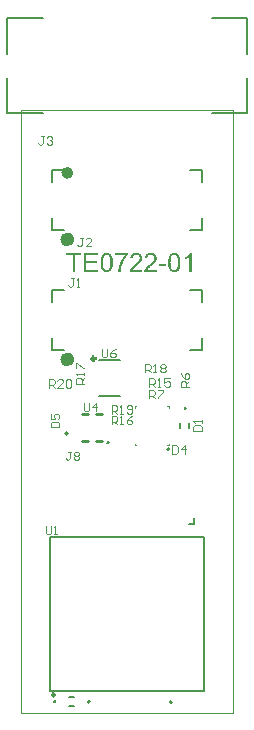
<source format=gto>
%FSLAX44Y44*%
%MOMM*%
G71*
G01*
G75*
G04 Layer_Color=65535*
G04:AMPARAMS|DCode=10|XSize=0.6mm|YSize=0.5mm|CornerRadius=0.05mm|HoleSize=0mm|Usage=FLASHONLY|Rotation=270.000|XOffset=0mm|YOffset=0mm|HoleType=Round|Shape=RoundedRectangle|*
%AMROUNDEDRECTD10*
21,1,0.6000,0.4000,0,0,270.0*
21,1,0.5000,0.5000,0,0,270.0*
1,1,0.1000,-0.2000,-0.2500*
1,1,0.1000,-0.2000,0.2500*
1,1,0.1000,0.2000,0.2500*
1,1,0.1000,0.2000,-0.2500*
%
%ADD10ROUNDEDRECTD10*%
G04:AMPARAMS|DCode=11|XSize=0.4mm|YSize=0.37mm|CornerRadius=0.037mm|HoleSize=0mm|Usage=FLASHONLY|Rotation=90.000|XOffset=0mm|YOffset=0mm|HoleType=Round|Shape=RoundedRectangle|*
%AMROUNDEDRECTD11*
21,1,0.4000,0.2960,0,0,90.0*
21,1,0.3260,0.3700,0,0,90.0*
1,1,0.0740,0.1480,0.1630*
1,1,0.0740,0.1480,-0.1630*
1,1,0.0740,-0.1480,-0.1630*
1,1,0.0740,-0.1480,0.1630*
%
%ADD11ROUNDEDRECTD11*%
%ADD12R,0.5400X0.7400*%
%ADD13R,0.7400X0.5400*%
G04:AMPARAMS|DCode=14|XSize=0.8mm|YSize=0.8mm|CornerRadius=0.12mm|HoleSize=0mm|Usage=FLASHONLY|Rotation=0.000|XOffset=0mm|YOffset=0mm|HoleType=Round|Shape=RoundedRectangle|*
%AMROUNDEDRECTD14*
21,1,0.8000,0.5600,0,0,0.0*
21,1,0.5600,0.8000,0,0,0.0*
1,1,0.2400,0.2800,-0.2800*
1,1,0.2400,-0.2800,-0.2800*
1,1,0.2400,-0.2800,0.2800*
1,1,0.2400,0.2800,0.2800*
%
%ADD14ROUNDEDRECTD14*%
%ADD15C,0.3500*%
%ADD16O,1.4000X0.6000*%
G04:AMPARAMS|DCode=17|XSize=0.8mm|YSize=0.8mm|CornerRadius=0.12mm|HoleSize=0mm|Usage=FLASHONLY|Rotation=270.000|XOffset=0mm|YOffset=0mm|HoleType=Round|Shape=RoundedRectangle|*
%AMROUNDEDRECTD17*
21,1,0.8000,0.5600,0,0,270.0*
21,1,0.5600,0.8000,0,0,270.0*
1,1,0.2400,-0.2800,-0.2800*
1,1,0.2400,-0.2800,0.2800*
1,1,0.2400,0.2800,0.2800*
1,1,0.2400,0.2800,-0.2800*
%
%ADD17ROUNDEDRECTD17*%
G04:AMPARAMS|DCode=18|XSize=0.6mm|YSize=0.5mm|CornerRadius=0.05mm|HoleSize=0mm|Usage=FLASHONLY|Rotation=180.000|XOffset=0mm|YOffset=0mm|HoleType=Round|Shape=RoundedRectangle|*
%AMROUNDEDRECTD18*
21,1,0.6000,0.4000,0,0,180.0*
21,1,0.5000,0.5000,0,0,180.0*
1,1,0.1000,-0.2500,0.2000*
1,1,0.1000,0.2500,0.2000*
1,1,0.1000,0.2500,-0.2000*
1,1,0.1000,-0.2500,-0.2000*
%
%ADD18ROUNDEDRECTD18*%
%ADD19O,0.8000X1.4700*%
G04:AMPARAMS|DCode=20|XSize=0.95mm|YSize=0.85mm|CornerRadius=0.2125mm|HoleSize=0mm|Usage=FLASHONLY|Rotation=180.000|XOffset=0mm|YOffset=0mm|HoleType=Round|Shape=RoundedRectangle|*
%AMROUNDEDRECTD20*
21,1,0.9500,0.4250,0,0,180.0*
21,1,0.5250,0.8500,0,0,180.0*
1,1,0.4250,-0.2625,0.2125*
1,1,0.4250,0.2625,0.2125*
1,1,0.4250,0.2625,-0.2125*
1,1,0.4250,-0.2625,-0.2125*
%
%ADD20ROUNDEDRECTD20*%
G04:AMPARAMS|DCode=21|XSize=1mm|YSize=0.6mm|CornerRadius=0.15mm|HoleSize=0mm|Usage=FLASHONLY|Rotation=180.000|XOffset=0mm|YOffset=0mm|HoleType=Round|Shape=RoundedRectangle|*
%AMROUNDEDRECTD21*
21,1,1.0000,0.3000,0,0,180.0*
21,1,0.7000,0.6000,0,0,180.0*
1,1,0.3000,-0.3500,0.1500*
1,1,0.3000,0.3500,0.1500*
1,1,0.3000,0.3500,-0.1500*
1,1,0.3000,-0.3500,-0.1500*
%
%ADD21ROUNDEDRECTD21*%
G04:AMPARAMS|DCode=22|XSize=1.45mm|YSize=1.4mm|CornerRadius=0.35mm|HoleSize=0mm|Usage=FLASHONLY|Rotation=0.000|XOffset=0mm|YOffset=0mm|HoleType=Round|Shape=RoundedRectangle|*
%AMROUNDEDRECTD22*
21,1,1.4500,0.7000,0,0,0.0*
21,1,0.7500,1.4000,0,0,0.0*
1,1,0.7000,0.3750,-0.3500*
1,1,0.7000,-0.3750,-0.3500*
1,1,0.7000,-0.3750,0.3500*
1,1,0.7000,0.3750,0.3500*
%
%ADD22ROUNDEDRECTD22*%
G04:AMPARAMS|DCode=23|XSize=0.6mm|YSize=1.25mm|CornerRadius=0.15mm|HoleSize=0mm|Usage=FLASHONLY|Rotation=0.000|XOffset=0mm|YOffset=0mm|HoleType=Round|Shape=RoundedRectangle|*
%AMROUNDEDRECTD23*
21,1,0.6000,0.9500,0,0,0.0*
21,1,0.3000,1.2500,0,0,0.0*
1,1,0.3000,0.1500,-0.4750*
1,1,0.3000,-0.1500,-0.4750*
1,1,0.3000,-0.1500,0.4750*
1,1,0.3000,0.1500,0.4750*
%
%ADD23ROUNDEDRECTD23*%
G04:AMPARAMS|DCode=24|XSize=3.79mm|YSize=1.2mm|CornerRadius=0.3mm|HoleSize=0mm|Usage=FLASHONLY|Rotation=270.000|XOffset=0mm|YOffset=0mm|HoleType=Round|Shape=RoundedRectangle|*
%AMROUNDEDRECTD24*
21,1,3.7900,0.6000,0,0,270.0*
21,1,3.1900,1.2000,0,0,270.0*
1,1,0.6000,-0.3000,-1.5950*
1,1,0.6000,-0.3000,1.5950*
1,1,0.6000,0.3000,1.5950*
1,1,0.6000,0.3000,-1.5950*
%
%ADD24ROUNDEDRECTD24*%
G04:AMPARAMS|DCode=25|XSize=0.76mm|YSize=0.27mm|CornerRadius=0.027mm|HoleSize=0mm|Usage=FLASHONLY|Rotation=180.000|XOffset=0mm|YOffset=0mm|HoleType=Round|Shape=RoundedRectangle|*
%AMROUNDEDRECTD25*
21,1,0.7600,0.2160,0,0,180.0*
21,1,0.7060,0.2700,0,0,180.0*
1,1,0.0540,-0.3530,0.1080*
1,1,0.0540,0.3530,0.1080*
1,1,0.0540,0.3530,-0.1080*
1,1,0.0540,-0.3530,-0.1080*
%
%ADD25ROUNDEDRECTD25*%
G04:AMPARAMS|DCode=26|XSize=0.76mm|YSize=0.27mm|CornerRadius=0.027mm|HoleSize=0mm|Usage=FLASHONLY|Rotation=90.000|XOffset=0mm|YOffset=0mm|HoleType=Round|Shape=RoundedRectangle|*
%AMROUNDEDRECTD26*
21,1,0.7600,0.2160,0,0,90.0*
21,1,0.7060,0.2700,0,0,90.0*
1,1,0.0540,0.1080,0.3530*
1,1,0.0540,0.1080,-0.3530*
1,1,0.0540,-0.1080,-0.3530*
1,1,0.0540,-0.1080,0.3530*
%
%ADD26ROUNDEDRECTD26*%
G04:AMPARAMS|DCode=27|XSize=0.4mm|YSize=0.37mm|CornerRadius=0.037mm|HoleSize=0mm|Usage=FLASHONLY|Rotation=0.000|XOffset=0mm|YOffset=0mm|HoleType=Round|Shape=RoundedRectangle|*
%AMROUNDEDRECTD27*
21,1,0.4000,0.2960,0,0,0.0*
21,1,0.3260,0.3700,0,0,0.0*
1,1,0.0740,0.1630,-0.1480*
1,1,0.0740,-0.1630,-0.1480*
1,1,0.0740,-0.1630,0.1480*
1,1,0.0740,0.1630,0.1480*
%
%ADD27ROUNDEDRECTD27*%
%ADD28C,0.0750*%
%ADD29C,0.0751*%
%ADD30C,0.1000*%
%ADD31C,0.3000*%
%ADD32C,0.1500*%
%ADD33C,0.0100*%
%ADD34C,1.5000*%
%ADD35R,1.5000X1.5000*%
%ADD36R,1.5000X1.5000*%
%ADD37C,0.8000*%
G04:AMPARAMS|DCode=38|XSize=0.3mm|YSize=0.6mm|CornerRadius=0.0495mm|HoleSize=0mm|Usage=FLASHONLY|Rotation=270.000|XOffset=0mm|YOffset=0mm|HoleType=Round|Shape=RoundedRectangle|*
%AMROUNDEDRECTD38*
21,1,0.3000,0.5010,0,0,270.0*
21,1,0.2010,0.6000,0,0,270.0*
1,1,0.0990,-0.2505,-0.1005*
1,1,0.0990,-0.2505,0.1005*
1,1,0.0990,0.2505,0.1005*
1,1,0.0990,0.2505,-0.1005*
%
%ADD38ROUNDEDRECTD38*%
G04:AMPARAMS|DCode=39|XSize=0.3mm|YSize=0.6mm|CornerRadius=0.0495mm|HoleSize=0mm|Usage=FLASHONLY|Rotation=0.000|XOffset=0mm|YOffset=0mm|HoleType=Round|Shape=RoundedRectangle|*
%AMROUNDEDRECTD39*
21,1,0.3000,0.5010,0,0,0.0*
21,1,0.2010,0.6000,0,0,0.0*
1,1,0.0990,0.1005,-0.2505*
1,1,0.0990,-0.1005,-0.2505*
1,1,0.0990,-0.1005,0.2505*
1,1,0.0990,0.1005,0.2505*
%
%ADD39ROUNDEDRECTD39*%
%ADD40R,0.9000X2.2500*%
G04:AMPARAMS|DCode=41|XSize=1.38mm|YSize=1.05mm|CornerRadius=0.105mm|HoleSize=0mm|Usage=FLASHONLY|Rotation=0.000|XOffset=0mm|YOffset=0mm|HoleType=Round|Shape=RoundedRectangle|*
%AMROUNDEDRECTD41*
21,1,1.3800,0.8400,0,0,0.0*
21,1,1.1700,1.0500,0,0,0.0*
1,1,0.2100,0.5850,-0.4200*
1,1,0.2100,-0.5850,-0.4200*
1,1,0.2100,-0.5850,0.4200*
1,1,0.2100,0.5850,0.4200*
%
%ADD41ROUNDEDRECTD41*%
G04:AMPARAMS|DCode=42|XSize=1.38mm|YSize=1.05mm|CornerRadius=0.105mm|HoleSize=0mm|Usage=FLASHONLY|Rotation=270.000|XOffset=0mm|YOffset=0mm|HoleType=Round|Shape=RoundedRectangle|*
%AMROUNDEDRECTD42*
21,1,1.3800,0.8400,0,0,270.0*
21,1,1.1700,1.0500,0,0,270.0*
1,1,0.2100,-0.4200,-0.5850*
1,1,0.2100,-0.4200,0.5850*
1,1,0.2100,0.4200,0.5850*
1,1,0.2100,0.4200,-0.5850*
%
%ADD42ROUNDEDRECTD42*%
G04:AMPARAMS|DCode=43|XSize=0.9mm|YSize=0.8mm|CornerRadius=0.08mm|HoleSize=0mm|Usage=FLASHONLY|Rotation=180.000|XOffset=0mm|YOffset=0mm|HoleType=Round|Shape=RoundedRectangle|*
%AMROUNDEDRECTD43*
21,1,0.9000,0.6400,0,0,180.0*
21,1,0.7400,0.8000,0,0,180.0*
1,1,0.1600,-0.3700,0.3200*
1,1,0.1600,0.3700,0.3200*
1,1,0.1600,0.3700,-0.3200*
1,1,0.1600,-0.3700,-0.3200*
%
%ADD43ROUNDEDRECTD43*%
%ADD44O,1.6000X0.6000*%
%ADD45C,0.2000*%
%ADD46C,0.2540*%
%ADD47C,0.2500*%
%ADD48C,0.6000*%
%ADD49C,0.5000*%
%ADD50C,0.1200*%
G36*
X64672Y387321D02*
X55237D01*
Y382448D01*
X64068D01*
Y380552D01*
X55237D01*
Y375095D01*
X65047D01*
Y373200D01*
X53113D01*
Y389217D01*
X64672D01*
Y387321D01*
D02*
G37*
G36*
X90103Y387467D02*
X90083Y387446D01*
X90041Y387384D01*
X89958Y387301D01*
X89833Y387176D01*
X89708Y387009D01*
X89541Y386801D01*
X89354Y386572D01*
X89145Y386322D01*
X88916Y386030D01*
X88687Y385697D01*
X88437Y385343D01*
X88166Y384947D01*
X87896Y384551D01*
X87625Y384093D01*
X87354Y383635D01*
X87062Y383135D01*
X87042Y383114D01*
X87000Y383010D01*
X86917Y382864D01*
X86812Y382677D01*
X86687Y382427D01*
X86563Y382135D01*
X86396Y381802D01*
X86229Y381427D01*
X86042Y381031D01*
X85854Y380594D01*
X85667Y380136D01*
X85479Y379657D01*
X85105Y378657D01*
X84771Y377595D01*
Y377574D01*
X84750Y377511D01*
X84709Y377386D01*
X84667Y377241D01*
X84626Y377053D01*
X84563Y376824D01*
X84521Y376574D01*
X84459Y376283D01*
X84396Y375970D01*
X84313Y375637D01*
X84251Y375262D01*
X84209Y374887D01*
X84105Y374075D01*
X84022Y373200D01*
X82001D01*
Y373221D01*
Y373283D01*
Y373387D01*
X82022Y373533D01*
Y373721D01*
X82043Y373929D01*
X82064Y374179D01*
X82105Y374470D01*
X82147Y374783D01*
X82189Y375137D01*
X82251Y375512D01*
X82314Y375908D01*
X82397Y376324D01*
X82501Y376782D01*
X82605Y377241D01*
X82730Y377741D01*
Y377782D01*
X82772Y377865D01*
X82814Y378011D01*
X82855Y378199D01*
X82938Y378449D01*
X83022Y378719D01*
X83126Y379032D01*
X83251Y379386D01*
X83376Y379782D01*
X83542Y380177D01*
X83876Y381052D01*
X84292Y381969D01*
X84750Y382906D01*
X84771Y382927D01*
X84813Y383010D01*
X84875Y383156D01*
X84980Y383322D01*
X85105Y383531D01*
X85250Y383781D01*
X85417Y384072D01*
X85604Y384364D01*
X86021Y385030D01*
X86500Y385738D01*
X87042Y386447D01*
X87583Y387113D01*
X79752D01*
Y389008D01*
X90103D01*
Y387467D01*
D02*
G37*
G36*
X50863Y387321D02*
X45594D01*
Y373200D01*
X43469D01*
Y387321D01*
X38200D01*
Y389217D01*
X50863D01*
Y387321D01*
D02*
G37*
G36*
X72733Y389258D02*
X72858D01*
X73170Y389217D01*
X73524Y389154D01*
X73899Y389050D01*
X74295Y388925D01*
X74670Y388759D01*
X74691D01*
X74711Y388738D01*
X74836Y388654D01*
X75003Y388550D01*
X75232Y388384D01*
X75482Y388154D01*
X75753Y387905D01*
X76024Y387613D01*
X76273Y387259D01*
Y387238D01*
X76294Y387217D01*
X76336Y387155D01*
X76378Y387092D01*
X76482Y386884D01*
X76628Y386592D01*
X76794Y386238D01*
X76961Y385843D01*
X77107Y385364D01*
X77252Y384864D01*
Y384843D01*
X77273Y384801D01*
X77294Y384718D01*
X77315Y384614D01*
X77336Y384468D01*
X77377Y384301D01*
X77398Y384093D01*
X77440Y383864D01*
X77482Y383614D01*
X77502Y383322D01*
X77544Y383031D01*
X77565Y382677D01*
X77586Y382323D01*
X77607Y381948D01*
X77627Y381531D01*
Y381094D01*
Y381052D01*
Y380969D01*
Y380823D01*
Y380615D01*
X77607Y380386D01*
Y380115D01*
X77586Y379803D01*
X77565Y379469D01*
X77482Y378740D01*
X77377Y377970D01*
X77232Y377220D01*
X77148Y376866D01*
X77044Y376533D01*
Y376512D01*
X77023Y376449D01*
X76982Y376366D01*
X76940Y376241D01*
X76877Y376095D01*
X76794Y375928D01*
X76607Y375554D01*
X76357Y375116D01*
X76065Y374679D01*
X75711Y374241D01*
X75295Y373867D01*
X75274D01*
X75253Y373825D01*
X75170Y373783D01*
X75086Y373721D01*
X74982Y373658D01*
X74836Y373575D01*
X74691Y373492D01*
X74503Y373408D01*
X74087Y373221D01*
X73587Y373075D01*
X73024Y372971D01*
X72712Y372950D01*
X72400Y372929D01*
X72295D01*
X72170Y372950D01*
X72025D01*
X71816Y372971D01*
X71608Y373013D01*
X71358Y373075D01*
X71087Y373138D01*
X70796Y373221D01*
X70504Y373325D01*
X70192Y373471D01*
X69879Y373617D01*
X69588Y373804D01*
X69296Y374033D01*
X69025Y374283D01*
X68755Y374575D01*
X68734Y374595D01*
X68692Y374679D01*
X68609Y374783D01*
X68505Y374950D01*
X68401Y375179D01*
X68255Y375449D01*
X68130Y375762D01*
X67984Y376137D01*
X67838Y376574D01*
X67692Y377053D01*
X67547Y377574D01*
X67442Y378178D01*
X67338Y378824D01*
X67255Y379511D01*
X67213Y380281D01*
X67193Y381094D01*
Y381135D01*
Y381219D01*
Y381365D01*
Y381573D01*
X67213Y381802D01*
X67234Y382073D01*
Y382385D01*
X67276Y382718D01*
X67338Y383447D01*
X67442Y384218D01*
X67588Y384968D01*
X67672Y385322D01*
X67776Y385655D01*
Y385676D01*
X67797Y385738D01*
X67838Y385822D01*
X67880Y385947D01*
X67942Y386092D01*
X68026Y386259D01*
X68213Y386655D01*
X68463Y387071D01*
X68755Y387530D01*
X69109Y387967D01*
X69504Y388342D01*
X69525Y388363D01*
X69567Y388384D01*
X69629Y388425D01*
X69713Y388488D01*
X69817Y388550D01*
X69963Y388634D01*
X70108Y388717D01*
X70296Y388821D01*
X70712Y388988D01*
X71212Y389133D01*
X71775Y389238D01*
X72087Y389279D01*
X72608D01*
X72733Y389258D01*
D02*
G37*
G36*
X129927D02*
X130051D01*
X130364Y389217D01*
X130718Y389154D01*
X131093Y389050D01*
X131489Y388925D01*
X131863Y388759D01*
X131884D01*
X131905Y388738D01*
X132030Y388654D01*
X132197Y388550D01*
X132426Y388384D01*
X132676Y388154D01*
X132947Y387905D01*
X133217Y387613D01*
X133467Y387259D01*
Y387238D01*
X133488Y387217D01*
X133530Y387155D01*
X133571Y387092D01*
X133675Y386884D01*
X133821Y386592D01*
X133988Y386238D01*
X134155Y385843D01*
X134300Y385364D01*
X134446Y384864D01*
Y384843D01*
X134467Y384801D01*
X134488Y384718D01*
X134509Y384614D01*
X134529Y384468D01*
X134571Y384301D01*
X134592Y384093D01*
X134634Y383864D01*
X134675Y383614D01*
X134696Y383322D01*
X134738Y383031D01*
X134759Y382677D01*
X134779Y382323D01*
X134800Y381948D01*
X134821Y381531D01*
Y381094D01*
Y381052D01*
Y380969D01*
Y380823D01*
Y380615D01*
X134800Y380386D01*
Y380115D01*
X134779Y379803D01*
X134759Y379469D01*
X134675Y378740D01*
X134571Y377970D01*
X134425Y377220D01*
X134342Y376866D01*
X134238Y376533D01*
Y376512D01*
X134217Y376449D01*
X134175Y376366D01*
X134134Y376241D01*
X134071Y376095D01*
X133988Y375928D01*
X133800Y375554D01*
X133551Y375116D01*
X133259Y374679D01*
X132905Y374241D01*
X132488Y373867D01*
X132467D01*
X132447Y373825D01*
X132363Y373783D01*
X132280Y373721D01*
X132176Y373658D01*
X132030Y373575D01*
X131884Y373492D01*
X131697Y373408D01*
X131280Y373221D01*
X130780Y373075D01*
X130218Y372971D01*
X129906Y372950D01*
X129593Y372929D01*
X129489D01*
X129364Y372950D01*
X129218D01*
X129010Y372971D01*
X128802Y373013D01*
X128552Y373075D01*
X128281Y373138D01*
X127990Y373221D01*
X127698Y373325D01*
X127385Y373471D01*
X127073Y373617D01*
X126781Y373804D01*
X126490Y374033D01*
X126219Y374283D01*
X125948Y374575D01*
X125927Y374595D01*
X125886Y374679D01*
X125802Y374783D01*
X125698Y374950D01*
X125594Y375179D01*
X125448Y375449D01*
X125323Y375762D01*
X125178Y376137D01*
X125032Y376574D01*
X124886Y377053D01*
X124740Y377574D01*
X124636Y378178D01*
X124532Y378824D01*
X124449Y379511D01*
X124407Y380281D01*
X124386Y381094D01*
Y381135D01*
Y381219D01*
Y381365D01*
Y381573D01*
X124407Y381802D01*
X124428Y382073D01*
Y382385D01*
X124469Y382718D01*
X124532Y383447D01*
X124636Y384218D01*
X124782Y384968D01*
X124865Y385322D01*
X124969Y385655D01*
Y385676D01*
X124990Y385738D01*
X125032Y385822D01*
X125073Y385947D01*
X125136Y386092D01*
X125219Y386259D01*
X125407Y386655D01*
X125657Y387071D01*
X125948Y387530D01*
X126302Y387967D01*
X126698Y388342D01*
X126719Y388363D01*
X126761Y388384D01*
X126823Y388425D01*
X126906Y388488D01*
X127010Y388550D01*
X127156Y388634D01*
X127302Y388717D01*
X127490Y388821D01*
X127906Y388988D01*
X128406Y389133D01*
X128968Y389238D01*
X129281Y389279D01*
X129802D01*
X129927Y389258D01*
D02*
G37*
G36*
X97705D02*
X97914Y389238D01*
X98143Y389217D01*
X98393Y389175D01*
X98664Y389113D01*
X99247Y388967D01*
X99538Y388863D01*
X99851Y388738D01*
X100163Y388592D01*
X100455Y388405D01*
X100726Y388217D01*
X100996Y387988D01*
X101017Y387967D01*
X101059Y387925D01*
X101121Y387863D01*
X101205Y387759D01*
X101309Y387634D01*
X101434Y387488D01*
X101538Y387321D01*
X101684Y387113D01*
X101809Y386905D01*
X101913Y386655D01*
X102142Y386113D01*
X102225Y385822D01*
X102288Y385509D01*
X102329Y385176D01*
X102350Y384822D01*
Y384780D01*
Y384655D01*
X102329Y384468D01*
X102309Y384218D01*
X102246Y383947D01*
X102184Y383614D01*
X102079Y383281D01*
X101954Y382927D01*
X101934Y382885D01*
X101871Y382760D01*
X101788Y382573D01*
X101642Y382343D01*
X101455Y382052D01*
X101226Y381719D01*
X100955Y381344D01*
X100642Y380969D01*
Y380948D01*
X100601Y380927D01*
X100538Y380865D01*
X100476Y380781D01*
X100372Y380677D01*
X100247Y380552D01*
X100101Y380406D01*
X99913Y380240D01*
X99726Y380052D01*
X99497Y379844D01*
X99247Y379594D01*
X98976Y379344D01*
X98664Y379073D01*
X98351Y378803D01*
X97976Y378490D01*
X97601Y378157D01*
X97581Y378136D01*
X97518Y378095D01*
X97435Y378011D01*
X97310Y377928D01*
X97185Y377803D01*
X97018Y377657D01*
X96664Y377345D01*
X96268Y377011D01*
X95893Y376678D01*
X95727Y376533D01*
X95581Y376387D01*
X95435Y376241D01*
X95331Y376137D01*
X95310Y376116D01*
X95248Y376054D01*
X95164Y375949D01*
X95040Y375803D01*
X94915Y375658D01*
X94769Y375470D01*
X94498Y375095D01*
X102371D01*
Y373200D01*
X91770D01*
Y373242D01*
Y373325D01*
Y373450D01*
X91790Y373637D01*
X91811Y373846D01*
X91853Y374075D01*
X91915Y374304D01*
X91999Y374554D01*
Y374575D01*
X92020Y374595D01*
X92040Y374658D01*
X92082Y374741D01*
X92165Y374950D01*
X92311Y375220D01*
X92499Y375554D01*
X92707Y375908D01*
X92978Y376283D01*
X93290Y376678D01*
X93311Y376699D01*
X93332Y376720D01*
X93394Y376782D01*
X93457Y376866D01*
X93665Y377095D01*
X93956Y377386D01*
X94311Y377741D01*
X94748Y378157D01*
X95269Y378615D01*
X95873Y379115D01*
X95893Y379136D01*
X95977Y379219D01*
X96123Y379323D01*
X96289Y379469D01*
X96497Y379657D01*
X96748Y379865D01*
X97018Y380094D01*
X97289Y380344D01*
X97872Y380886D01*
X98455Y381448D01*
X98726Y381740D01*
X98976Y382010D01*
X99205Y382260D01*
X99393Y382510D01*
X99413Y382531D01*
X99434Y382573D01*
X99476Y382635D01*
X99538Y382718D01*
X99601Y382843D01*
X99684Y382968D01*
X99872Y383281D01*
X100038Y383635D01*
X100184Y384031D01*
X100288Y384468D01*
X100330Y384676D01*
Y384884D01*
Y384905D01*
Y384947D01*
Y384989D01*
X100309Y385072D01*
X100288Y385301D01*
X100226Y385572D01*
X100122Y385884D01*
X99976Y386197D01*
X99768Y386530D01*
X99476Y386842D01*
X99434Y386884D01*
X99330Y386967D01*
X99143Y387092D01*
X98893Y387259D01*
X98580Y387405D01*
X98205Y387530D01*
X97768Y387613D01*
X97289Y387655D01*
X97143D01*
X97060Y387634D01*
X96935D01*
X96789Y387613D01*
X96477Y387551D01*
X96123Y387446D01*
X95727Y387301D01*
X95352Y387092D01*
X95019Y386801D01*
X94977Y386759D01*
X94894Y386655D01*
X94748Y386447D01*
X94602Y386197D01*
X94436Y385843D01*
X94290Y385447D01*
X94206Y384989D01*
X94165Y384447D01*
X92144Y384655D01*
Y384676D01*
X92165Y384760D01*
Y384864D01*
X92186Y385030D01*
X92228Y385218D01*
X92269Y385426D01*
X92332Y385676D01*
X92415Y385926D01*
X92603Y386488D01*
X92728Y386780D01*
X92873Y387051D01*
X93040Y387342D01*
X93228Y387613D01*
X93436Y387863D01*
X93686Y388092D01*
X93707Y388113D01*
X93748Y388134D01*
X93832Y388196D01*
X93936Y388279D01*
X94081Y388363D01*
X94248Y388467D01*
X94436Y388571D01*
X94665Y388696D01*
X94915Y388800D01*
X95185Y388904D01*
X95477Y389008D01*
X95810Y389092D01*
X96143Y389175D01*
X96518Y389238D01*
X96914Y389258D01*
X97331Y389279D01*
X97560D01*
X97705Y389258D01*
D02*
G37*
G36*
X122741Y378011D02*
X116701D01*
Y379990D01*
X122741D01*
Y378011D01*
D02*
G37*
G36*
X144214Y373200D02*
X142257D01*
Y385718D01*
X142215Y385697D01*
X142132Y385614D01*
X141965Y385468D01*
X141757Y385301D01*
X141486Y385093D01*
X141153Y384864D01*
X140799Y384614D01*
X140382Y384364D01*
X140361D01*
X140340Y384343D01*
X140278Y384301D01*
X140195Y384260D01*
X139966Y384135D01*
X139695Y383989D01*
X139382Y383822D01*
X139028Y383656D01*
X138674Y383489D01*
X138320Y383343D01*
Y385259D01*
X138341D01*
X138404Y385301D01*
X138487Y385343D01*
X138591Y385405D01*
X138737Y385468D01*
X138903Y385572D01*
X139299Y385780D01*
X139736Y386051D01*
X140236Y386384D01*
X140715Y386738D01*
X141194Y387134D01*
X141215Y387155D01*
X141257Y387176D01*
X141319Y387238D01*
X141403Y387321D01*
X141611Y387530D01*
X141882Y387821D01*
X142153Y388134D01*
X142444Y388509D01*
X142715Y388884D01*
X142944Y389279D01*
X144214D01*
Y373200D01*
D02*
G37*
G36*
X110140Y389258D02*
X110348Y389238D01*
X110577Y389217D01*
X110827Y389175D01*
X111098Y389113D01*
X111681Y388967D01*
X111973Y388863D01*
X112285Y388738D01*
X112598Y388592D01*
X112889Y388405D01*
X113160Y388217D01*
X113431Y387988D01*
X113451Y387967D01*
X113493Y387925D01*
X113556Y387863D01*
X113639Y387759D01*
X113743Y387634D01*
X113868Y387488D01*
X113972Y387321D01*
X114118Y387113D01*
X114243Y386905D01*
X114347Y386655D01*
X114576Y386113D01*
X114660Y385822D01*
X114722Y385509D01*
X114764Y385176D01*
X114784Y384822D01*
Y384780D01*
Y384655D01*
X114764Y384468D01*
X114743Y384218D01*
X114680Y383947D01*
X114618Y383614D01*
X114514Y383281D01*
X114389Y382927D01*
X114368Y382885D01*
X114305Y382760D01*
X114222Y382573D01*
X114076Y382343D01*
X113889Y382052D01*
X113660Y381719D01*
X113389Y381344D01*
X113077Y380969D01*
Y380948D01*
X113035Y380927D01*
X112972Y380865D01*
X112910Y380781D01*
X112806Y380677D01*
X112681Y380552D01*
X112535Y380406D01*
X112348Y380240D01*
X112160Y380052D01*
X111931Y379844D01*
X111681Y379594D01*
X111410Y379344D01*
X111098Y379073D01*
X110786Y378803D01*
X110411Y378490D01*
X110036Y378157D01*
X110015Y378136D01*
X109952Y378095D01*
X109869Y378011D01*
X109744Y377928D01*
X109619Y377803D01*
X109452Y377657D01*
X109099Y377345D01*
X108703Y377011D01*
X108328Y376678D01*
X108161Y376533D01*
X108015Y376387D01*
X107870Y376241D01*
X107766Y376137D01*
X107745Y376116D01*
X107682Y376054D01*
X107599Y375949D01*
X107474Y375803D01*
X107349Y375658D01*
X107203Y375470D01*
X106932Y375095D01*
X114805D01*
Y373200D01*
X104204D01*
Y373242D01*
Y373325D01*
Y373450D01*
X104225Y373637D01*
X104246Y373846D01*
X104287Y374075D01*
X104350Y374304D01*
X104433Y374554D01*
Y374575D01*
X104454Y374595D01*
X104475Y374658D01*
X104516Y374741D01*
X104600Y374950D01*
X104745Y375220D01*
X104933Y375554D01*
X105141Y375908D01*
X105412Y376283D01*
X105724Y376678D01*
X105745Y376699D01*
X105766Y376720D01*
X105829Y376782D01*
X105891Y376866D01*
X106099Y377095D01*
X106391Y377386D01*
X106745Y377741D01*
X107182Y378157D01*
X107703Y378615D01*
X108307Y379115D01*
X108328Y379136D01*
X108411Y379219D01*
X108557Y379323D01*
X108724Y379469D01*
X108932Y379657D01*
X109182Y379865D01*
X109452Y380094D01*
X109723Y380344D01*
X110307Y380886D01*
X110890Y381448D01*
X111160Y381740D01*
X111410Y382010D01*
X111639Y382260D01*
X111827Y382510D01*
X111848Y382531D01*
X111869Y382573D01*
X111910Y382635D01*
X111973Y382718D01*
X112035Y382843D01*
X112119Y382968D01*
X112306Y383281D01*
X112473Y383635D01*
X112618Y384031D01*
X112723Y384468D01*
X112764Y384676D01*
Y384884D01*
Y384905D01*
Y384947D01*
Y384989D01*
X112743Y385072D01*
X112723Y385301D01*
X112660Y385572D01*
X112556Y385884D01*
X112410Y386197D01*
X112202Y386530D01*
X111910Y386842D01*
X111869Y386884D01*
X111764Y386967D01*
X111577Y387092D01*
X111327Y387259D01*
X111015Y387405D01*
X110640Y387530D01*
X110202Y387613D01*
X109723Y387655D01*
X109578D01*
X109494Y387634D01*
X109369D01*
X109223Y387613D01*
X108911Y387551D01*
X108557Y387446D01*
X108161Y387301D01*
X107786Y387092D01*
X107453Y386801D01*
X107411Y386759D01*
X107328Y386655D01*
X107182Y386447D01*
X107037Y386197D01*
X106870Y385843D01*
X106724Y385447D01*
X106641Y384989D01*
X106599Y384447D01*
X104579Y384655D01*
Y384676D01*
X104600Y384760D01*
Y384864D01*
X104620Y385030D01*
X104662Y385218D01*
X104704Y385426D01*
X104766Y385676D01*
X104850Y385926D01*
X105037Y386488D01*
X105162Y386780D01*
X105308Y387051D01*
X105474Y387342D01*
X105662Y387613D01*
X105870Y387863D01*
X106120Y388092D01*
X106141Y388113D01*
X106182Y388134D01*
X106266Y388196D01*
X106370Y388279D01*
X106516Y388363D01*
X106682Y388467D01*
X106870Y388571D01*
X107099Y388696D01*
X107349Y388800D01*
X107620Y388904D01*
X107911Y389008D01*
X108244Y389092D01*
X108578Y389175D01*
X108953Y389238D01*
X109348Y389258D01*
X109765Y389279D01*
X109994D01*
X110140Y389258D01*
D02*
G37*
%LPC*%
G36*
X129572Y387655D02*
X129447D01*
X129343Y387634D01*
X129093Y387592D01*
X128802Y387509D01*
X128448Y387363D01*
X128094Y387155D01*
X127906Y387030D01*
X127739Y386884D01*
X127573Y386697D01*
X127406Y386488D01*
X127385Y386468D01*
X127365Y386426D01*
X127323Y386322D01*
X127261Y386197D01*
X127177Y386030D01*
X127094Y385822D01*
X127010Y385572D01*
X126906Y385259D01*
X126823Y384926D01*
X126719Y384530D01*
X126636Y384093D01*
X126573Y383593D01*
X126490Y383052D01*
X126448Y382448D01*
X126427Y381802D01*
X126406Y381094D01*
Y381073D01*
Y381052D01*
Y380927D01*
Y380719D01*
X126427Y380448D01*
Y380136D01*
X126448Y379782D01*
X126490Y379386D01*
X126531Y378949D01*
X126636Y378074D01*
X126698Y377636D01*
X126802Y377220D01*
X126906Y376803D01*
X127031Y376449D01*
X127156Y376116D01*
X127323Y375845D01*
X127344Y375824D01*
X127365Y375783D01*
X127427Y375720D01*
X127490Y375637D01*
X127677Y375429D01*
X127948Y375200D01*
X128281Y374970D01*
X128677Y374762D01*
X128885Y374679D01*
X129114Y374616D01*
X129343Y374575D01*
X129593Y374554D01*
X129718D01*
X129822Y374575D01*
X129927Y374595D01*
X130072Y374616D01*
X130385Y374720D01*
X130739Y374866D01*
X130926Y374970D01*
X131114Y375095D01*
X131322Y375241D01*
X131509Y375429D01*
X131697Y375616D01*
X131863Y375845D01*
X131884Y375866D01*
X131905Y375908D01*
X131947Y375991D01*
X132009Y376116D01*
X132072Y376262D01*
X132155Y376470D01*
X132238Y376699D01*
X132343Y376991D01*
X132426Y377324D01*
X132509Y377699D01*
X132592Y378136D01*
X132655Y378615D01*
X132717Y379157D01*
X132759Y379740D01*
X132801Y380386D01*
Y381094D01*
Y381115D01*
Y381135D01*
Y381260D01*
Y381469D01*
X132780Y381740D01*
Y382052D01*
X132759Y382406D01*
X132717Y382823D01*
X132676Y383239D01*
X132572Y384114D01*
X132488Y384551D01*
X132405Y384989D01*
X132301Y385384D01*
X132176Y385738D01*
X132030Y386072D01*
X131863Y386343D01*
Y386363D01*
X131822Y386405D01*
X131780Y386468D01*
X131697Y386551D01*
X131509Y386759D01*
X131239Y387009D01*
X130905Y387238D01*
X130510Y387446D01*
X130301Y387530D01*
X130072Y387592D01*
X129822Y387634D01*
X129572Y387655D01*
D02*
G37*
G36*
X72379D02*
X72254D01*
X72150Y387634D01*
X71900Y387592D01*
X71608Y387509D01*
X71254Y387363D01*
X70900Y387155D01*
X70712Y387030D01*
X70546Y386884D01*
X70379Y386697D01*
X70213Y386488D01*
X70192Y386468D01*
X70171Y386426D01*
X70129Y386322D01*
X70067Y386197D01*
X69984Y386030D01*
X69900Y385822D01*
X69817Y385572D01*
X69713Y385259D01*
X69629Y384926D01*
X69525Y384530D01*
X69442Y384093D01*
X69380Y383593D01*
X69296Y383052D01*
X69254Y382448D01*
X69234Y381802D01*
X69213Y381094D01*
Y381073D01*
Y381052D01*
Y380927D01*
Y380719D01*
X69234Y380448D01*
Y380136D01*
X69254Y379782D01*
X69296Y379386D01*
X69338Y378949D01*
X69442Y378074D01*
X69504Y377636D01*
X69609Y377220D01*
X69713Y376803D01*
X69838Y376449D01*
X69963Y376116D01*
X70129Y375845D01*
X70150Y375824D01*
X70171Y375783D01*
X70233Y375720D01*
X70296Y375637D01*
X70483Y375429D01*
X70754Y375200D01*
X71087Y374970D01*
X71483Y374762D01*
X71691Y374679D01*
X71920Y374616D01*
X72150Y374575D01*
X72400Y374554D01*
X72524D01*
X72629Y374575D01*
X72733Y374595D01*
X72879Y374616D01*
X73191Y374720D01*
X73545Y374866D01*
X73733Y374970D01*
X73920Y375095D01*
X74128Y375241D01*
X74316Y375429D01*
X74503Y375616D01*
X74670Y375845D01*
X74691Y375866D01*
X74711Y375908D01*
X74753Y375991D01*
X74816Y376116D01*
X74878Y376262D01*
X74961Y376470D01*
X75045Y376699D01*
X75149Y376991D01*
X75232Y377324D01*
X75315Y377699D01*
X75399Y378136D01*
X75461Y378615D01*
X75524Y379157D01*
X75565Y379740D01*
X75607Y380386D01*
Y381094D01*
Y381115D01*
Y381135D01*
Y381260D01*
Y381469D01*
X75586Y381740D01*
Y382052D01*
X75565Y382406D01*
X75524Y382823D01*
X75482Y383239D01*
X75378Y384114D01*
X75295Y384551D01*
X75211Y384989D01*
X75107Y385384D01*
X74982Y385738D01*
X74836Y386072D01*
X74670Y386343D01*
Y386363D01*
X74628Y386405D01*
X74587Y386468D01*
X74503Y386551D01*
X74316Y386759D01*
X74045Y387009D01*
X73712Y387238D01*
X73316Y387446D01*
X73108Y387530D01*
X72879Y387592D01*
X72629Y387634D01*
X72379Y387655D01*
D02*
G37*
%LPD*%
D30*
X127947Y226291D02*
Y219294D01*
X131446D01*
X132613Y220460D01*
Y225125D01*
X131446Y226291D01*
X127947D01*
X138444Y219294D02*
Y226291D01*
X134945Y222792D01*
X139610D01*
X142014Y275643D02*
X135016D01*
Y279142D01*
X136183Y280308D01*
X138515D01*
X139682Y279142D01*
Y275643D01*
Y277976D02*
X142014Y280308D01*
X135016Y287306D02*
X136183Y284973D01*
X138515Y282641D01*
X140848D01*
X142014Y283807D01*
Y286140D01*
X140848Y287306D01*
X139682D01*
X138515Y286140D01*
Y282641D01*
X145756Y238574D02*
X152753D01*
Y242073D01*
X151587Y243239D01*
X146922D01*
X145756Y242073D01*
Y238574D01*
X152753Y245572D02*
Y247904D01*
Y246738D01*
X145756D01*
X146922Y245572D01*
X52926Y262336D02*
Y256505D01*
X54092Y255339D01*
X56425D01*
X57591Y256505D01*
Y262336D01*
X63423Y255339D02*
Y262336D01*
X59924Y258838D01*
X64589D01*
X42210Y220959D02*
X39877D01*
X41043D01*
Y215128D01*
X39877Y213961D01*
X38711D01*
X37544Y215128D01*
X44542Y219793D02*
X45708Y220959D01*
X48041D01*
X49207Y219793D01*
Y218626D01*
X48041Y217460D01*
X49207Y216294D01*
Y215128D01*
X48041Y213961D01*
X45708D01*
X44542Y215128D01*
Y216294D01*
X45708Y217460D01*
X44542Y218626D01*
Y219793D01*
X45708Y217460D02*
X48041D01*
X20652Y158134D02*
Y152303D01*
X21818Y151137D01*
X24151D01*
X25317Y152303D01*
Y158134D01*
X27650Y151137D02*
X29982D01*
X28816D01*
Y158134D01*
X27650Y156968D01*
X44635Y367591D02*
X42302D01*
X43469D01*
Y361759D01*
X42302Y360593D01*
X41136D01*
X39970Y361759D01*
X46968Y360593D02*
X49300D01*
X48134D01*
Y367591D01*
X46968Y366424D01*
X52335Y401990D02*
X50002D01*
X51169D01*
Y396159D01*
X50002Y394993D01*
X48836D01*
X47670Y396159D01*
X59333Y394993D02*
X54668D01*
X59333Y399658D01*
Y400824D01*
X58167Y401990D01*
X55834D01*
X54668Y400824D01*
X19315Y487880D02*
X16983D01*
X18149D01*
Y482049D01*
X16983Y480883D01*
X15816D01*
X14650Y482049D01*
X21648Y486714D02*
X22814Y487880D01*
X25147D01*
X26313Y486714D01*
Y485548D01*
X25147Y484381D01*
X23980D01*
X25147D01*
X26313Y483215D01*
Y482049D01*
X25147Y480883D01*
X22814D01*
X21648Y482049D01*
X68407Y307825D02*
Y301993D01*
X69573Y300827D01*
X71906D01*
X73072Y301993D01*
Y307825D01*
X80070D02*
X77737Y306658D01*
X75405Y304326D01*
Y301993D01*
X76571Y300827D01*
X78903D01*
X80070Y301993D01*
Y303159D01*
X78903Y304326D01*
X75405D01*
X108508Y265907D02*
Y272904D01*
X112007D01*
X113173Y271738D01*
Y269405D01*
X112007Y268239D01*
X108508D01*
X110841D02*
X113173Y265907D01*
X115506Y272904D02*
X120171D01*
Y271738D01*
X115506Y267073D01*
Y265907D01*
X108452Y275897D02*
Y282894D01*
X111951D01*
X113117Y281728D01*
Y279396D01*
X111951Y278229D01*
X108452D01*
X110785D02*
X113117Y275897D01*
X115450D02*
X117782D01*
X116616D01*
Y282894D01*
X115450Y281728D01*
X125946Y282894D02*
X121281D01*
Y279396D01*
X123614Y280562D01*
X124780D01*
X125946Y279396D01*
Y277063D01*
X124780Y275897D01*
X122448D01*
X121281Y277063D01*
X53468Y278494D02*
X46471D01*
Y281993D01*
X47637Y283159D01*
X49970D01*
X51136Y281993D01*
Y278494D01*
Y280826D02*
X53468Y283159D01*
Y285492D02*
Y287824D01*
Y286658D01*
X46471D01*
X47637Y285492D01*
X46471Y291323D02*
Y295988D01*
X47637D01*
X52302Y291323D01*
X53468D01*
X104914Y287929D02*
Y294926D01*
X108413D01*
X109579Y293760D01*
Y291427D01*
X108413Y290261D01*
X104914D01*
X107247D02*
X109579Y287929D01*
X111912D02*
X114244D01*
X113078D01*
Y294926D01*
X111912Y293760D01*
X117743D02*
X118909Y294926D01*
X121242D01*
X122408Y293760D01*
Y292594D01*
X121242Y291427D01*
X122408Y290261D01*
Y289095D01*
X121242Y287929D01*
X118909D01*
X117743Y289095D01*
Y290261D01*
X118909Y291427D01*
X117743Y292594D01*
Y293760D01*
X118909Y291427D02*
X121242D01*
X76640Y244057D02*
Y251054D01*
X80139D01*
X81305Y249888D01*
Y247556D01*
X80139Y246389D01*
X76640D01*
X78973D02*
X81305Y244057D01*
X83638D02*
X85970D01*
X84804D01*
Y251054D01*
X83638Y249888D01*
X94134Y251054D02*
X91802Y249888D01*
X89469Y247556D01*
Y245223D01*
X90635Y244057D01*
X92968D01*
X94134Y245223D01*
Y246389D01*
X92968Y247556D01*
X89469D01*
X76534Y253131D02*
Y260128D01*
X80033D01*
X81199Y258962D01*
Y256630D01*
X80033Y255463D01*
X76534D01*
X78867D02*
X81199Y253131D01*
X83532D02*
X85864D01*
X84698D01*
Y260128D01*
X83532Y258962D01*
X89363Y254297D02*
X90530Y253131D01*
X92862D01*
X94028Y254297D01*
Y258962D01*
X92862Y260128D01*
X90530D01*
X89363Y258962D01*
Y257796D01*
X90530Y256630D01*
X94028D01*
X25106Y241428D02*
X32104D01*
Y244927D01*
X30938Y246093D01*
X26272D01*
X25106Y244927D01*
Y241428D01*
Y253091D02*
Y248426D01*
X28605D01*
X27439Y250758D01*
Y251924D01*
X28605Y253091D01*
X30938D01*
X32104Y251924D01*
Y249592D01*
X30938Y248426D01*
X23676Y275173D02*
Y282171D01*
X27175D01*
X28342Y281004D01*
Y278672D01*
X27175Y277505D01*
X23676D01*
X26009D02*
X28342Y275173D01*
X35339D02*
X30674D01*
X35339Y279838D01*
Y281004D01*
X34173Y282171D01*
X31840D01*
X30674Y281004D01*
X37672D02*
X38838Y282171D01*
X41171D01*
X42337Y281004D01*
Y276339D01*
X41171Y275173D01*
X38838D01*
X37672Y276339D01*
Y281004D01*
D31*
X62700Y299700D02*
G03*
X62700Y299700I-1500J0D01*
G01*
D33*
X0Y0D02*
Y510000D01*
X179000D01*
X0Y0D02*
X179000Y-0D01*
Y510000D01*
D45*
X127800Y8800D02*
G03*
X127800Y8800I-1000J0D01*
G01*
X39424Y236325D02*
G03*
X39424Y236325I-1000J0D01*
G01*
X58300Y9000D02*
G03*
X58300Y9000I-1000J0D01*
G01*
X125600Y222800D02*
G03*
X125600Y222800I-1000J0D01*
G01*
X40700Y5500D02*
X44700D01*
X40700Y13500D02*
X44700D01*
X24500Y18500D02*
X154500D01*
X24500Y148500D02*
X154500D01*
X24500Y18500D02*
Y148500D01*
X154500Y18500D02*
Y148500D01*
X26300Y306800D02*
X36300D01*
X26300D02*
Y316800D01*
Y357600D02*
X36300D01*
X26300Y347600D02*
Y357600D01*
X153300Y347600D02*
Y357600D01*
X143300D02*
X153300D01*
Y306800D02*
Y316800D01*
X143300Y306800D02*
X153300D01*
X26300Y408400D02*
X36300D01*
X26300D02*
Y418400D01*
Y459200D02*
X36300D01*
X26300Y449200D02*
Y459200D01*
X153300Y449200D02*
Y459200D01*
X143300D02*
X153300D01*
Y408400D02*
Y418400D01*
X143300Y408400D02*
X153300D01*
X-11800Y507300D02*
Y537300D01*
Y507300D02*
X18200D01*
X-11800Y557800D02*
Y587800D01*
X18200D01*
X191400Y507300D02*
Y537300D01*
X161400Y507300D02*
X191400D01*
Y557800D02*
Y587800D01*
X161400D02*
X191400D01*
X65950Y267950D02*
X83440D01*
X65960Y298450D02*
X83450D01*
X134500Y241100D02*
Y245100D01*
X142500Y241100D02*
Y245100D01*
X141675Y159500D02*
X146675D01*
Y164500D01*
X146675D01*
D46*
X28553Y9500D02*
G03*
X28553Y9500I-353J0D01*
G01*
X138853Y257600D02*
G03*
X138853Y257600I-353J0D01*
G01*
X63750Y252550D02*
X68750D01*
X63750Y230050D02*
X68750D01*
X51250D02*
X56250D01*
X51250Y252550D02*
X56250D01*
D47*
X28520Y14920D02*
G03*
X28520Y14920I-1250J0D01*
G01*
X73625Y228800D02*
G03*
X73625Y228800I-625J0D01*
G01*
D48*
X42000Y299000D02*
G03*
X42000Y299000I-3000J0D01*
G01*
Y400600D02*
G03*
X42000Y400600I-3000J0D01*
G01*
D49*
X41500Y456900D02*
G03*
X41500Y456900I-2500J0D01*
G01*
D50*
X96000Y226200D02*
X97400D01*
X96000D02*
Y227600D01*
Y259400D02*
X97400D01*
X96000Y258000D02*
Y259400D01*
X123800D02*
X125200D01*
Y258000D02*
Y259400D01*
X123800Y226200D02*
X125200D01*
Y227600D01*
M02*

</source>
